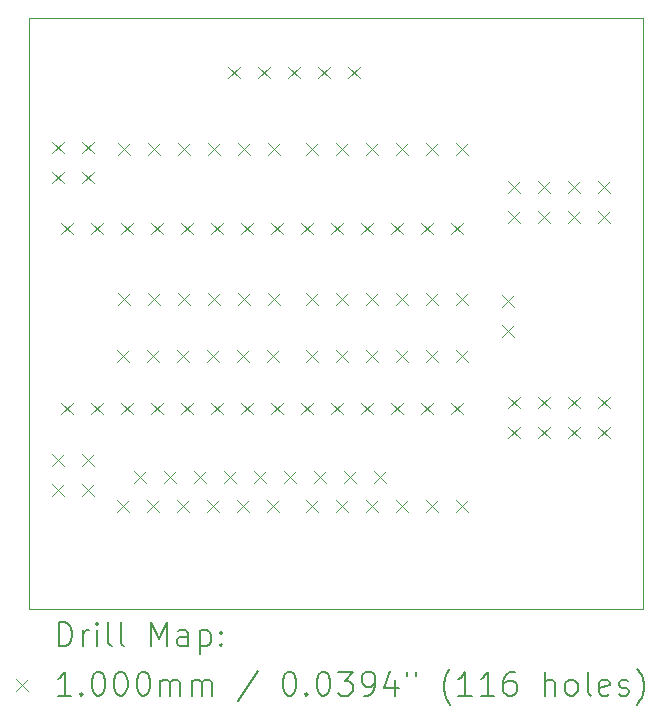
<source format=gbr>
%TF.GenerationSoftware,KiCad,Pcbnew,7.0.5*%
%TF.CreationDate,2023-07-17T11:59:49-04:00*%
%TF.ProjectId,Tadpole,54616470-6f6c-4652-9e6b-696361645f70,rev?*%
%TF.SameCoordinates,Original*%
%TF.FileFunction,Drillmap*%
%TF.FilePolarity,Positive*%
%FSLAX45Y45*%
G04 Gerber Fmt 4.5, Leading zero omitted, Abs format (unit mm)*
G04 Created by KiCad (PCBNEW 7.0.5) date 2023-07-17 11:59:49*
%MOMM*%
%LPD*%
G01*
G04 APERTURE LIST*
%ADD10C,0.100000*%
%ADD11C,0.200000*%
G04 APERTURE END LIST*
D10*
X11201400Y-7146280D02*
X16401400Y-7146280D01*
X16401400Y-12146280D01*
X11201400Y-12146280D01*
X11201400Y-7146280D01*
D11*
D10*
X11400320Y-8192300D02*
X11500320Y-8292300D01*
X11500320Y-8192300D02*
X11400320Y-8292300D01*
X11400320Y-8446300D02*
X11500320Y-8546300D01*
X11500320Y-8446300D02*
X11400320Y-8546300D01*
X11400320Y-10836440D02*
X11500320Y-10936440D01*
X11500320Y-10836440D02*
X11400320Y-10936440D01*
X11400320Y-11090440D02*
X11500320Y-11190440D01*
X11500320Y-11090440D02*
X11400320Y-11190440D01*
X11477520Y-8878100D02*
X11577520Y-8978100D01*
X11577520Y-8878100D02*
X11477520Y-8978100D01*
X11477520Y-10402100D02*
X11577520Y-10502100D01*
X11577520Y-10402100D02*
X11477520Y-10502100D01*
X11654320Y-8192300D02*
X11754320Y-8292300D01*
X11754320Y-8192300D02*
X11654320Y-8292300D01*
X11654320Y-8446300D02*
X11754320Y-8546300D01*
X11754320Y-8446300D02*
X11654320Y-8546300D01*
X11654320Y-10836440D02*
X11754320Y-10936440D01*
X11754320Y-10836440D02*
X11654320Y-10936440D01*
X11654320Y-11090440D02*
X11754320Y-11190440D01*
X11754320Y-11090440D02*
X11654320Y-11190440D01*
X11731520Y-8878100D02*
X11831520Y-8978100D01*
X11831520Y-8878100D02*
X11731520Y-8978100D01*
X11731520Y-10402100D02*
X11831520Y-10502100D01*
X11831520Y-10402100D02*
X11731520Y-10502100D01*
X11949960Y-9957600D02*
X12049960Y-10057600D01*
X12049960Y-9957600D02*
X11949960Y-10057600D01*
X11949960Y-11227600D02*
X12049960Y-11327600D01*
X12049960Y-11227600D02*
X11949960Y-11327600D01*
X11960120Y-8202460D02*
X12060120Y-8302460D01*
X12060120Y-8202460D02*
X11960120Y-8302460D01*
X11960120Y-9472460D02*
X12060120Y-9572460D01*
X12060120Y-9472460D02*
X11960120Y-9572460D01*
X11985520Y-8878100D02*
X12085520Y-8978100D01*
X12085520Y-8878100D02*
X11985520Y-8978100D01*
X11985520Y-10402100D02*
X12085520Y-10502100D01*
X12085520Y-10402100D02*
X11985520Y-10502100D01*
X12092360Y-10983760D02*
X12192360Y-11083760D01*
X12192360Y-10983760D02*
X12092360Y-11083760D01*
X12203960Y-9957600D02*
X12303960Y-10057600D01*
X12303960Y-9957600D02*
X12203960Y-10057600D01*
X12203960Y-11227600D02*
X12303960Y-11327600D01*
X12303960Y-11227600D02*
X12203960Y-11327600D01*
X12214120Y-8202460D02*
X12314120Y-8302460D01*
X12314120Y-8202460D02*
X12214120Y-8302460D01*
X12214120Y-9472460D02*
X12314120Y-9572460D01*
X12314120Y-9472460D02*
X12214120Y-9572460D01*
X12239520Y-8878100D02*
X12339520Y-8978100D01*
X12339520Y-8878100D02*
X12239520Y-8978100D01*
X12239520Y-10402100D02*
X12339520Y-10502100D01*
X12339520Y-10402100D02*
X12239520Y-10502100D01*
X12346360Y-10983760D02*
X12446360Y-11083760D01*
X12446360Y-10983760D02*
X12346360Y-11083760D01*
X12457960Y-9957600D02*
X12557960Y-10057600D01*
X12557960Y-9957600D02*
X12457960Y-10057600D01*
X12457960Y-11227600D02*
X12557960Y-11327600D01*
X12557960Y-11227600D02*
X12457960Y-11327600D01*
X12468120Y-8202460D02*
X12568120Y-8302460D01*
X12568120Y-8202460D02*
X12468120Y-8302460D01*
X12468120Y-9472460D02*
X12568120Y-9572460D01*
X12568120Y-9472460D02*
X12468120Y-9572460D01*
X12493520Y-8878100D02*
X12593520Y-8978100D01*
X12593520Y-8878100D02*
X12493520Y-8978100D01*
X12493520Y-10402100D02*
X12593520Y-10502100D01*
X12593520Y-10402100D02*
X12493520Y-10502100D01*
X12600360Y-10983760D02*
X12700360Y-11083760D01*
X12700360Y-10983760D02*
X12600360Y-11083760D01*
X12711960Y-9957600D02*
X12811960Y-10057600D01*
X12811960Y-9957600D02*
X12711960Y-10057600D01*
X12711960Y-11227600D02*
X12811960Y-11327600D01*
X12811960Y-11227600D02*
X12711960Y-11327600D01*
X12722120Y-8202460D02*
X12822120Y-8302460D01*
X12822120Y-8202460D02*
X12722120Y-8302460D01*
X12722120Y-9472460D02*
X12822120Y-9572460D01*
X12822120Y-9472460D02*
X12722120Y-9572460D01*
X12747520Y-8878100D02*
X12847520Y-8978100D01*
X12847520Y-8878100D02*
X12747520Y-8978100D01*
X12747520Y-10402100D02*
X12847520Y-10502100D01*
X12847520Y-10402100D02*
X12747520Y-10502100D01*
X12854360Y-10983760D02*
X12954360Y-11083760D01*
X12954360Y-10983760D02*
X12854360Y-11083760D01*
X12891300Y-7557300D02*
X12991300Y-7657300D01*
X12991300Y-7557300D02*
X12891300Y-7657300D01*
X12965960Y-9957600D02*
X13065960Y-10057600D01*
X13065960Y-9957600D02*
X12965960Y-10057600D01*
X12965960Y-11227600D02*
X13065960Y-11327600D01*
X13065960Y-11227600D02*
X12965960Y-11327600D01*
X12976120Y-8202460D02*
X13076120Y-8302460D01*
X13076120Y-8202460D02*
X12976120Y-8302460D01*
X12976120Y-9472460D02*
X13076120Y-9572460D01*
X13076120Y-9472460D02*
X12976120Y-9572460D01*
X13001520Y-8878100D02*
X13101520Y-8978100D01*
X13101520Y-8878100D02*
X13001520Y-8978100D01*
X13001520Y-10402100D02*
X13101520Y-10502100D01*
X13101520Y-10402100D02*
X13001520Y-10502100D01*
X13108360Y-10983760D02*
X13208360Y-11083760D01*
X13208360Y-10983760D02*
X13108360Y-11083760D01*
X13145300Y-7557300D02*
X13245300Y-7657300D01*
X13245300Y-7557300D02*
X13145300Y-7657300D01*
X13219960Y-9957600D02*
X13319960Y-10057600D01*
X13319960Y-9957600D02*
X13219960Y-10057600D01*
X13219960Y-11227600D02*
X13319960Y-11327600D01*
X13319960Y-11227600D02*
X13219960Y-11327600D01*
X13230120Y-8202460D02*
X13330120Y-8302460D01*
X13330120Y-8202460D02*
X13230120Y-8302460D01*
X13230120Y-9472460D02*
X13330120Y-9572460D01*
X13330120Y-9472460D02*
X13230120Y-9572460D01*
X13255520Y-8878100D02*
X13355520Y-8978100D01*
X13355520Y-8878100D02*
X13255520Y-8978100D01*
X13255520Y-10402100D02*
X13355520Y-10502100D01*
X13355520Y-10402100D02*
X13255520Y-10502100D01*
X13362360Y-10983760D02*
X13462360Y-11083760D01*
X13462360Y-10983760D02*
X13362360Y-11083760D01*
X13399300Y-7557300D02*
X13499300Y-7657300D01*
X13499300Y-7557300D02*
X13399300Y-7657300D01*
X13509520Y-8878100D02*
X13609520Y-8978100D01*
X13609520Y-8878100D02*
X13509520Y-8978100D01*
X13509520Y-10402100D02*
X13609520Y-10502100D01*
X13609520Y-10402100D02*
X13509520Y-10502100D01*
X13547620Y-8202460D02*
X13647620Y-8302460D01*
X13647620Y-8202460D02*
X13547620Y-8302460D01*
X13547620Y-9472460D02*
X13647620Y-9572460D01*
X13647620Y-9472460D02*
X13547620Y-9572460D01*
X13547620Y-9957600D02*
X13647620Y-10057600D01*
X13647620Y-9957600D02*
X13547620Y-10057600D01*
X13547620Y-11227600D02*
X13647620Y-11327600D01*
X13647620Y-11227600D02*
X13547620Y-11327600D01*
X13616360Y-10983760D02*
X13716360Y-11083760D01*
X13716360Y-10983760D02*
X13616360Y-11083760D01*
X13653300Y-7557300D02*
X13753300Y-7657300D01*
X13753300Y-7557300D02*
X13653300Y-7657300D01*
X13763520Y-8878100D02*
X13863520Y-8978100D01*
X13863520Y-8878100D02*
X13763520Y-8978100D01*
X13763520Y-10402100D02*
X13863520Y-10502100D01*
X13863520Y-10402100D02*
X13763520Y-10502100D01*
X13801620Y-8202460D02*
X13901620Y-8302460D01*
X13901620Y-8202460D02*
X13801620Y-8302460D01*
X13801620Y-9472460D02*
X13901620Y-9572460D01*
X13901620Y-9472460D02*
X13801620Y-9572460D01*
X13801620Y-9957600D02*
X13901620Y-10057600D01*
X13901620Y-9957600D02*
X13801620Y-10057600D01*
X13801620Y-11227600D02*
X13901620Y-11327600D01*
X13901620Y-11227600D02*
X13801620Y-11327600D01*
X13870360Y-10983760D02*
X13970360Y-11083760D01*
X13970360Y-10983760D02*
X13870360Y-11083760D01*
X13907300Y-7557300D02*
X14007300Y-7657300D01*
X14007300Y-7557300D02*
X13907300Y-7657300D01*
X14017520Y-8878100D02*
X14117520Y-8978100D01*
X14117520Y-8878100D02*
X14017520Y-8978100D01*
X14017520Y-10402100D02*
X14117520Y-10502100D01*
X14117520Y-10402100D02*
X14017520Y-10502100D01*
X14055620Y-8202460D02*
X14155620Y-8302460D01*
X14155620Y-8202460D02*
X14055620Y-8302460D01*
X14055620Y-9472460D02*
X14155620Y-9572460D01*
X14155620Y-9472460D02*
X14055620Y-9572460D01*
X14055620Y-9957600D02*
X14155620Y-10057600D01*
X14155620Y-9957600D02*
X14055620Y-10057600D01*
X14055620Y-11227600D02*
X14155620Y-11327600D01*
X14155620Y-11227600D02*
X14055620Y-11327600D01*
X14124360Y-10983760D02*
X14224360Y-11083760D01*
X14224360Y-10983760D02*
X14124360Y-11083760D01*
X14271520Y-8878100D02*
X14371520Y-8978100D01*
X14371520Y-8878100D02*
X14271520Y-8978100D01*
X14271520Y-10402100D02*
X14371520Y-10502100D01*
X14371520Y-10402100D02*
X14271520Y-10502100D01*
X14309620Y-8202460D02*
X14409620Y-8302460D01*
X14409620Y-8202460D02*
X14309620Y-8302460D01*
X14309620Y-9472460D02*
X14409620Y-9572460D01*
X14409620Y-9472460D02*
X14309620Y-9572460D01*
X14309620Y-9957600D02*
X14409620Y-10057600D01*
X14409620Y-9957600D02*
X14309620Y-10057600D01*
X14309620Y-11227600D02*
X14409620Y-11327600D01*
X14409620Y-11227600D02*
X14309620Y-11327600D01*
X14525520Y-8878100D02*
X14625520Y-8978100D01*
X14625520Y-8878100D02*
X14525520Y-8978100D01*
X14525520Y-10402100D02*
X14625520Y-10502100D01*
X14625520Y-10402100D02*
X14525520Y-10502100D01*
X14563620Y-8202460D02*
X14663620Y-8302460D01*
X14663620Y-8202460D02*
X14563620Y-8302460D01*
X14563620Y-9472460D02*
X14663620Y-9572460D01*
X14663620Y-9472460D02*
X14563620Y-9572460D01*
X14563620Y-9957600D02*
X14663620Y-10057600D01*
X14663620Y-9957600D02*
X14563620Y-10057600D01*
X14563620Y-11227600D02*
X14663620Y-11327600D01*
X14663620Y-11227600D02*
X14563620Y-11327600D01*
X14779520Y-8878100D02*
X14879520Y-8978100D01*
X14879520Y-8878100D02*
X14779520Y-8978100D01*
X14779520Y-10402100D02*
X14879520Y-10502100D01*
X14879520Y-10402100D02*
X14779520Y-10502100D01*
X14817620Y-8202460D02*
X14917620Y-8302460D01*
X14917620Y-8202460D02*
X14817620Y-8302460D01*
X14817620Y-9472460D02*
X14917620Y-9572460D01*
X14917620Y-9472460D02*
X14817620Y-9572460D01*
X14817620Y-9957600D02*
X14917620Y-10057600D01*
X14917620Y-9957600D02*
X14817620Y-10057600D01*
X14817620Y-11227600D02*
X14917620Y-11327600D01*
X14917620Y-11227600D02*
X14817620Y-11327600D01*
X15209700Y-9489740D02*
X15309700Y-9589740D01*
X15309700Y-9489740D02*
X15209700Y-9589740D01*
X15209700Y-9743740D02*
X15309700Y-9843740D01*
X15309700Y-9743740D02*
X15209700Y-9843740D01*
X15261120Y-10351300D02*
X15361120Y-10451300D01*
X15361120Y-10351300D02*
X15261120Y-10451300D01*
X15261120Y-10605300D02*
X15361120Y-10705300D01*
X15361120Y-10605300D02*
X15261120Y-10705300D01*
X15263120Y-8528700D02*
X15363120Y-8628700D01*
X15363120Y-8528700D02*
X15263120Y-8628700D01*
X15263120Y-8782700D02*
X15363120Y-8882700D01*
X15363120Y-8782700D02*
X15263120Y-8882700D01*
X15515120Y-10351300D02*
X15615120Y-10451300D01*
X15615120Y-10351300D02*
X15515120Y-10451300D01*
X15515120Y-10605300D02*
X15615120Y-10705300D01*
X15615120Y-10605300D02*
X15515120Y-10705300D01*
X15517120Y-8528700D02*
X15617120Y-8628700D01*
X15617120Y-8528700D02*
X15517120Y-8628700D01*
X15517120Y-8782700D02*
X15617120Y-8882700D01*
X15617120Y-8782700D02*
X15517120Y-8882700D01*
X15769120Y-10351300D02*
X15869120Y-10451300D01*
X15869120Y-10351300D02*
X15769120Y-10451300D01*
X15769120Y-10605300D02*
X15869120Y-10705300D01*
X15869120Y-10605300D02*
X15769120Y-10705300D01*
X15771120Y-8528700D02*
X15871120Y-8628700D01*
X15871120Y-8528700D02*
X15771120Y-8628700D01*
X15771120Y-8782700D02*
X15871120Y-8882700D01*
X15871120Y-8782700D02*
X15771120Y-8882700D01*
X16023120Y-10351300D02*
X16123120Y-10451300D01*
X16123120Y-10351300D02*
X16023120Y-10451300D01*
X16023120Y-10605300D02*
X16123120Y-10705300D01*
X16123120Y-10605300D02*
X16023120Y-10705300D01*
X16025120Y-8528700D02*
X16125120Y-8628700D01*
X16125120Y-8528700D02*
X16025120Y-8628700D01*
X16025120Y-8782700D02*
X16125120Y-8882700D01*
X16125120Y-8782700D02*
X16025120Y-8882700D01*
D11*
X11457177Y-12462764D02*
X11457177Y-12262764D01*
X11457177Y-12262764D02*
X11504796Y-12262764D01*
X11504796Y-12262764D02*
X11533367Y-12272288D01*
X11533367Y-12272288D02*
X11552415Y-12291335D01*
X11552415Y-12291335D02*
X11561939Y-12310383D01*
X11561939Y-12310383D02*
X11571462Y-12348478D01*
X11571462Y-12348478D02*
X11571462Y-12377049D01*
X11571462Y-12377049D02*
X11561939Y-12415145D01*
X11561939Y-12415145D02*
X11552415Y-12434192D01*
X11552415Y-12434192D02*
X11533367Y-12453240D01*
X11533367Y-12453240D02*
X11504796Y-12462764D01*
X11504796Y-12462764D02*
X11457177Y-12462764D01*
X11657177Y-12462764D02*
X11657177Y-12329430D01*
X11657177Y-12367526D02*
X11666701Y-12348478D01*
X11666701Y-12348478D02*
X11676224Y-12338954D01*
X11676224Y-12338954D02*
X11695272Y-12329430D01*
X11695272Y-12329430D02*
X11714320Y-12329430D01*
X11780986Y-12462764D02*
X11780986Y-12329430D01*
X11780986Y-12262764D02*
X11771462Y-12272288D01*
X11771462Y-12272288D02*
X11780986Y-12281811D01*
X11780986Y-12281811D02*
X11790510Y-12272288D01*
X11790510Y-12272288D02*
X11780986Y-12262764D01*
X11780986Y-12262764D02*
X11780986Y-12281811D01*
X11904796Y-12462764D02*
X11885748Y-12453240D01*
X11885748Y-12453240D02*
X11876224Y-12434192D01*
X11876224Y-12434192D02*
X11876224Y-12262764D01*
X12009558Y-12462764D02*
X11990510Y-12453240D01*
X11990510Y-12453240D02*
X11980986Y-12434192D01*
X11980986Y-12434192D02*
X11980986Y-12262764D01*
X12238129Y-12462764D02*
X12238129Y-12262764D01*
X12238129Y-12262764D02*
X12304796Y-12405621D01*
X12304796Y-12405621D02*
X12371462Y-12262764D01*
X12371462Y-12262764D02*
X12371462Y-12462764D01*
X12552415Y-12462764D02*
X12552415Y-12358002D01*
X12552415Y-12358002D02*
X12542891Y-12338954D01*
X12542891Y-12338954D02*
X12523843Y-12329430D01*
X12523843Y-12329430D02*
X12485748Y-12329430D01*
X12485748Y-12329430D02*
X12466701Y-12338954D01*
X12552415Y-12453240D02*
X12533367Y-12462764D01*
X12533367Y-12462764D02*
X12485748Y-12462764D01*
X12485748Y-12462764D02*
X12466701Y-12453240D01*
X12466701Y-12453240D02*
X12457177Y-12434192D01*
X12457177Y-12434192D02*
X12457177Y-12415145D01*
X12457177Y-12415145D02*
X12466701Y-12396097D01*
X12466701Y-12396097D02*
X12485748Y-12386573D01*
X12485748Y-12386573D02*
X12533367Y-12386573D01*
X12533367Y-12386573D02*
X12552415Y-12377049D01*
X12647653Y-12329430D02*
X12647653Y-12529430D01*
X12647653Y-12338954D02*
X12666701Y-12329430D01*
X12666701Y-12329430D02*
X12704796Y-12329430D01*
X12704796Y-12329430D02*
X12723843Y-12338954D01*
X12723843Y-12338954D02*
X12733367Y-12348478D01*
X12733367Y-12348478D02*
X12742891Y-12367526D01*
X12742891Y-12367526D02*
X12742891Y-12424668D01*
X12742891Y-12424668D02*
X12733367Y-12443716D01*
X12733367Y-12443716D02*
X12723843Y-12453240D01*
X12723843Y-12453240D02*
X12704796Y-12462764D01*
X12704796Y-12462764D02*
X12666701Y-12462764D01*
X12666701Y-12462764D02*
X12647653Y-12453240D01*
X12828605Y-12443716D02*
X12838129Y-12453240D01*
X12838129Y-12453240D02*
X12828605Y-12462764D01*
X12828605Y-12462764D02*
X12819082Y-12453240D01*
X12819082Y-12453240D02*
X12828605Y-12443716D01*
X12828605Y-12443716D02*
X12828605Y-12462764D01*
X12828605Y-12338954D02*
X12838129Y-12348478D01*
X12838129Y-12348478D02*
X12828605Y-12358002D01*
X12828605Y-12358002D02*
X12819082Y-12348478D01*
X12819082Y-12348478D02*
X12828605Y-12338954D01*
X12828605Y-12338954D02*
X12828605Y-12358002D01*
D10*
X11096400Y-12741280D02*
X11196400Y-12841280D01*
X11196400Y-12741280D02*
X11096400Y-12841280D01*
D11*
X11561939Y-12882764D02*
X11447653Y-12882764D01*
X11504796Y-12882764D02*
X11504796Y-12682764D01*
X11504796Y-12682764D02*
X11485748Y-12711335D01*
X11485748Y-12711335D02*
X11466701Y-12730383D01*
X11466701Y-12730383D02*
X11447653Y-12739907D01*
X11647653Y-12863716D02*
X11657177Y-12873240D01*
X11657177Y-12873240D02*
X11647653Y-12882764D01*
X11647653Y-12882764D02*
X11638129Y-12873240D01*
X11638129Y-12873240D02*
X11647653Y-12863716D01*
X11647653Y-12863716D02*
X11647653Y-12882764D01*
X11780986Y-12682764D02*
X11800034Y-12682764D01*
X11800034Y-12682764D02*
X11819082Y-12692288D01*
X11819082Y-12692288D02*
X11828605Y-12701811D01*
X11828605Y-12701811D02*
X11838129Y-12720859D01*
X11838129Y-12720859D02*
X11847653Y-12758954D01*
X11847653Y-12758954D02*
X11847653Y-12806573D01*
X11847653Y-12806573D02*
X11838129Y-12844668D01*
X11838129Y-12844668D02*
X11828605Y-12863716D01*
X11828605Y-12863716D02*
X11819082Y-12873240D01*
X11819082Y-12873240D02*
X11800034Y-12882764D01*
X11800034Y-12882764D02*
X11780986Y-12882764D01*
X11780986Y-12882764D02*
X11761939Y-12873240D01*
X11761939Y-12873240D02*
X11752415Y-12863716D01*
X11752415Y-12863716D02*
X11742891Y-12844668D01*
X11742891Y-12844668D02*
X11733367Y-12806573D01*
X11733367Y-12806573D02*
X11733367Y-12758954D01*
X11733367Y-12758954D02*
X11742891Y-12720859D01*
X11742891Y-12720859D02*
X11752415Y-12701811D01*
X11752415Y-12701811D02*
X11761939Y-12692288D01*
X11761939Y-12692288D02*
X11780986Y-12682764D01*
X11971462Y-12682764D02*
X11990510Y-12682764D01*
X11990510Y-12682764D02*
X12009558Y-12692288D01*
X12009558Y-12692288D02*
X12019082Y-12701811D01*
X12019082Y-12701811D02*
X12028605Y-12720859D01*
X12028605Y-12720859D02*
X12038129Y-12758954D01*
X12038129Y-12758954D02*
X12038129Y-12806573D01*
X12038129Y-12806573D02*
X12028605Y-12844668D01*
X12028605Y-12844668D02*
X12019082Y-12863716D01*
X12019082Y-12863716D02*
X12009558Y-12873240D01*
X12009558Y-12873240D02*
X11990510Y-12882764D01*
X11990510Y-12882764D02*
X11971462Y-12882764D01*
X11971462Y-12882764D02*
X11952415Y-12873240D01*
X11952415Y-12873240D02*
X11942891Y-12863716D01*
X11942891Y-12863716D02*
X11933367Y-12844668D01*
X11933367Y-12844668D02*
X11923843Y-12806573D01*
X11923843Y-12806573D02*
X11923843Y-12758954D01*
X11923843Y-12758954D02*
X11933367Y-12720859D01*
X11933367Y-12720859D02*
X11942891Y-12701811D01*
X11942891Y-12701811D02*
X11952415Y-12692288D01*
X11952415Y-12692288D02*
X11971462Y-12682764D01*
X12161939Y-12682764D02*
X12180986Y-12682764D01*
X12180986Y-12682764D02*
X12200034Y-12692288D01*
X12200034Y-12692288D02*
X12209558Y-12701811D01*
X12209558Y-12701811D02*
X12219082Y-12720859D01*
X12219082Y-12720859D02*
X12228605Y-12758954D01*
X12228605Y-12758954D02*
X12228605Y-12806573D01*
X12228605Y-12806573D02*
X12219082Y-12844668D01*
X12219082Y-12844668D02*
X12209558Y-12863716D01*
X12209558Y-12863716D02*
X12200034Y-12873240D01*
X12200034Y-12873240D02*
X12180986Y-12882764D01*
X12180986Y-12882764D02*
X12161939Y-12882764D01*
X12161939Y-12882764D02*
X12142891Y-12873240D01*
X12142891Y-12873240D02*
X12133367Y-12863716D01*
X12133367Y-12863716D02*
X12123843Y-12844668D01*
X12123843Y-12844668D02*
X12114320Y-12806573D01*
X12114320Y-12806573D02*
X12114320Y-12758954D01*
X12114320Y-12758954D02*
X12123843Y-12720859D01*
X12123843Y-12720859D02*
X12133367Y-12701811D01*
X12133367Y-12701811D02*
X12142891Y-12692288D01*
X12142891Y-12692288D02*
X12161939Y-12682764D01*
X12314320Y-12882764D02*
X12314320Y-12749430D01*
X12314320Y-12768478D02*
X12323843Y-12758954D01*
X12323843Y-12758954D02*
X12342891Y-12749430D01*
X12342891Y-12749430D02*
X12371463Y-12749430D01*
X12371463Y-12749430D02*
X12390510Y-12758954D01*
X12390510Y-12758954D02*
X12400034Y-12778002D01*
X12400034Y-12778002D02*
X12400034Y-12882764D01*
X12400034Y-12778002D02*
X12409558Y-12758954D01*
X12409558Y-12758954D02*
X12428605Y-12749430D01*
X12428605Y-12749430D02*
X12457177Y-12749430D01*
X12457177Y-12749430D02*
X12476224Y-12758954D01*
X12476224Y-12758954D02*
X12485748Y-12778002D01*
X12485748Y-12778002D02*
X12485748Y-12882764D01*
X12580986Y-12882764D02*
X12580986Y-12749430D01*
X12580986Y-12768478D02*
X12590510Y-12758954D01*
X12590510Y-12758954D02*
X12609558Y-12749430D01*
X12609558Y-12749430D02*
X12638129Y-12749430D01*
X12638129Y-12749430D02*
X12657177Y-12758954D01*
X12657177Y-12758954D02*
X12666701Y-12778002D01*
X12666701Y-12778002D02*
X12666701Y-12882764D01*
X12666701Y-12778002D02*
X12676224Y-12758954D01*
X12676224Y-12758954D02*
X12695272Y-12749430D01*
X12695272Y-12749430D02*
X12723843Y-12749430D01*
X12723843Y-12749430D02*
X12742891Y-12758954D01*
X12742891Y-12758954D02*
X12752415Y-12778002D01*
X12752415Y-12778002D02*
X12752415Y-12882764D01*
X13142891Y-12673240D02*
X12971463Y-12930383D01*
X13400034Y-12682764D02*
X13419082Y-12682764D01*
X13419082Y-12682764D02*
X13438129Y-12692288D01*
X13438129Y-12692288D02*
X13447653Y-12701811D01*
X13447653Y-12701811D02*
X13457177Y-12720859D01*
X13457177Y-12720859D02*
X13466701Y-12758954D01*
X13466701Y-12758954D02*
X13466701Y-12806573D01*
X13466701Y-12806573D02*
X13457177Y-12844668D01*
X13457177Y-12844668D02*
X13447653Y-12863716D01*
X13447653Y-12863716D02*
X13438129Y-12873240D01*
X13438129Y-12873240D02*
X13419082Y-12882764D01*
X13419082Y-12882764D02*
X13400034Y-12882764D01*
X13400034Y-12882764D02*
X13380986Y-12873240D01*
X13380986Y-12873240D02*
X13371463Y-12863716D01*
X13371463Y-12863716D02*
X13361939Y-12844668D01*
X13361939Y-12844668D02*
X13352415Y-12806573D01*
X13352415Y-12806573D02*
X13352415Y-12758954D01*
X13352415Y-12758954D02*
X13361939Y-12720859D01*
X13361939Y-12720859D02*
X13371463Y-12701811D01*
X13371463Y-12701811D02*
X13380986Y-12692288D01*
X13380986Y-12692288D02*
X13400034Y-12682764D01*
X13552415Y-12863716D02*
X13561939Y-12873240D01*
X13561939Y-12873240D02*
X13552415Y-12882764D01*
X13552415Y-12882764D02*
X13542891Y-12873240D01*
X13542891Y-12873240D02*
X13552415Y-12863716D01*
X13552415Y-12863716D02*
X13552415Y-12882764D01*
X13685748Y-12682764D02*
X13704796Y-12682764D01*
X13704796Y-12682764D02*
X13723844Y-12692288D01*
X13723844Y-12692288D02*
X13733367Y-12701811D01*
X13733367Y-12701811D02*
X13742891Y-12720859D01*
X13742891Y-12720859D02*
X13752415Y-12758954D01*
X13752415Y-12758954D02*
X13752415Y-12806573D01*
X13752415Y-12806573D02*
X13742891Y-12844668D01*
X13742891Y-12844668D02*
X13733367Y-12863716D01*
X13733367Y-12863716D02*
X13723844Y-12873240D01*
X13723844Y-12873240D02*
X13704796Y-12882764D01*
X13704796Y-12882764D02*
X13685748Y-12882764D01*
X13685748Y-12882764D02*
X13666701Y-12873240D01*
X13666701Y-12873240D02*
X13657177Y-12863716D01*
X13657177Y-12863716D02*
X13647653Y-12844668D01*
X13647653Y-12844668D02*
X13638129Y-12806573D01*
X13638129Y-12806573D02*
X13638129Y-12758954D01*
X13638129Y-12758954D02*
X13647653Y-12720859D01*
X13647653Y-12720859D02*
X13657177Y-12701811D01*
X13657177Y-12701811D02*
X13666701Y-12692288D01*
X13666701Y-12692288D02*
X13685748Y-12682764D01*
X13819082Y-12682764D02*
X13942891Y-12682764D01*
X13942891Y-12682764D02*
X13876225Y-12758954D01*
X13876225Y-12758954D02*
X13904796Y-12758954D01*
X13904796Y-12758954D02*
X13923844Y-12768478D01*
X13923844Y-12768478D02*
X13933367Y-12778002D01*
X13933367Y-12778002D02*
X13942891Y-12797049D01*
X13942891Y-12797049D02*
X13942891Y-12844668D01*
X13942891Y-12844668D02*
X13933367Y-12863716D01*
X13933367Y-12863716D02*
X13923844Y-12873240D01*
X13923844Y-12873240D02*
X13904796Y-12882764D01*
X13904796Y-12882764D02*
X13847653Y-12882764D01*
X13847653Y-12882764D02*
X13828606Y-12873240D01*
X13828606Y-12873240D02*
X13819082Y-12863716D01*
X14038129Y-12882764D02*
X14076225Y-12882764D01*
X14076225Y-12882764D02*
X14095272Y-12873240D01*
X14095272Y-12873240D02*
X14104796Y-12863716D01*
X14104796Y-12863716D02*
X14123844Y-12835145D01*
X14123844Y-12835145D02*
X14133367Y-12797049D01*
X14133367Y-12797049D02*
X14133367Y-12720859D01*
X14133367Y-12720859D02*
X14123844Y-12701811D01*
X14123844Y-12701811D02*
X14114320Y-12692288D01*
X14114320Y-12692288D02*
X14095272Y-12682764D01*
X14095272Y-12682764D02*
X14057177Y-12682764D01*
X14057177Y-12682764D02*
X14038129Y-12692288D01*
X14038129Y-12692288D02*
X14028606Y-12701811D01*
X14028606Y-12701811D02*
X14019082Y-12720859D01*
X14019082Y-12720859D02*
X14019082Y-12768478D01*
X14019082Y-12768478D02*
X14028606Y-12787526D01*
X14028606Y-12787526D02*
X14038129Y-12797049D01*
X14038129Y-12797049D02*
X14057177Y-12806573D01*
X14057177Y-12806573D02*
X14095272Y-12806573D01*
X14095272Y-12806573D02*
X14114320Y-12797049D01*
X14114320Y-12797049D02*
X14123844Y-12787526D01*
X14123844Y-12787526D02*
X14133367Y-12768478D01*
X14304796Y-12749430D02*
X14304796Y-12882764D01*
X14257177Y-12673240D02*
X14209558Y-12816097D01*
X14209558Y-12816097D02*
X14333367Y-12816097D01*
X14400034Y-12682764D02*
X14400034Y-12720859D01*
X14476225Y-12682764D02*
X14476225Y-12720859D01*
X14771463Y-12958954D02*
X14761939Y-12949430D01*
X14761939Y-12949430D02*
X14742891Y-12920859D01*
X14742891Y-12920859D02*
X14733368Y-12901811D01*
X14733368Y-12901811D02*
X14723844Y-12873240D01*
X14723844Y-12873240D02*
X14714320Y-12825621D01*
X14714320Y-12825621D02*
X14714320Y-12787526D01*
X14714320Y-12787526D02*
X14723844Y-12739907D01*
X14723844Y-12739907D02*
X14733368Y-12711335D01*
X14733368Y-12711335D02*
X14742891Y-12692288D01*
X14742891Y-12692288D02*
X14761939Y-12663716D01*
X14761939Y-12663716D02*
X14771463Y-12654192D01*
X14952415Y-12882764D02*
X14838129Y-12882764D01*
X14895272Y-12882764D02*
X14895272Y-12682764D01*
X14895272Y-12682764D02*
X14876225Y-12711335D01*
X14876225Y-12711335D02*
X14857177Y-12730383D01*
X14857177Y-12730383D02*
X14838129Y-12739907D01*
X15142891Y-12882764D02*
X15028606Y-12882764D01*
X15085748Y-12882764D02*
X15085748Y-12682764D01*
X15085748Y-12682764D02*
X15066701Y-12711335D01*
X15066701Y-12711335D02*
X15047653Y-12730383D01*
X15047653Y-12730383D02*
X15028606Y-12739907D01*
X15314320Y-12682764D02*
X15276225Y-12682764D01*
X15276225Y-12682764D02*
X15257177Y-12692288D01*
X15257177Y-12692288D02*
X15247653Y-12701811D01*
X15247653Y-12701811D02*
X15228606Y-12730383D01*
X15228606Y-12730383D02*
X15219082Y-12768478D01*
X15219082Y-12768478D02*
X15219082Y-12844668D01*
X15219082Y-12844668D02*
X15228606Y-12863716D01*
X15228606Y-12863716D02*
X15238129Y-12873240D01*
X15238129Y-12873240D02*
X15257177Y-12882764D01*
X15257177Y-12882764D02*
X15295272Y-12882764D01*
X15295272Y-12882764D02*
X15314320Y-12873240D01*
X15314320Y-12873240D02*
X15323844Y-12863716D01*
X15323844Y-12863716D02*
X15333368Y-12844668D01*
X15333368Y-12844668D02*
X15333368Y-12797049D01*
X15333368Y-12797049D02*
X15323844Y-12778002D01*
X15323844Y-12778002D02*
X15314320Y-12768478D01*
X15314320Y-12768478D02*
X15295272Y-12758954D01*
X15295272Y-12758954D02*
X15257177Y-12758954D01*
X15257177Y-12758954D02*
X15238129Y-12768478D01*
X15238129Y-12768478D02*
X15228606Y-12778002D01*
X15228606Y-12778002D02*
X15219082Y-12797049D01*
X15571463Y-12882764D02*
X15571463Y-12682764D01*
X15657177Y-12882764D02*
X15657177Y-12778002D01*
X15657177Y-12778002D02*
X15647653Y-12758954D01*
X15647653Y-12758954D02*
X15628606Y-12749430D01*
X15628606Y-12749430D02*
X15600034Y-12749430D01*
X15600034Y-12749430D02*
X15580987Y-12758954D01*
X15580987Y-12758954D02*
X15571463Y-12768478D01*
X15780987Y-12882764D02*
X15761939Y-12873240D01*
X15761939Y-12873240D02*
X15752415Y-12863716D01*
X15752415Y-12863716D02*
X15742891Y-12844668D01*
X15742891Y-12844668D02*
X15742891Y-12787526D01*
X15742891Y-12787526D02*
X15752415Y-12768478D01*
X15752415Y-12768478D02*
X15761939Y-12758954D01*
X15761939Y-12758954D02*
X15780987Y-12749430D01*
X15780987Y-12749430D02*
X15809558Y-12749430D01*
X15809558Y-12749430D02*
X15828606Y-12758954D01*
X15828606Y-12758954D02*
X15838130Y-12768478D01*
X15838130Y-12768478D02*
X15847653Y-12787526D01*
X15847653Y-12787526D02*
X15847653Y-12844668D01*
X15847653Y-12844668D02*
X15838130Y-12863716D01*
X15838130Y-12863716D02*
X15828606Y-12873240D01*
X15828606Y-12873240D02*
X15809558Y-12882764D01*
X15809558Y-12882764D02*
X15780987Y-12882764D01*
X15961939Y-12882764D02*
X15942891Y-12873240D01*
X15942891Y-12873240D02*
X15933368Y-12854192D01*
X15933368Y-12854192D02*
X15933368Y-12682764D01*
X16114320Y-12873240D02*
X16095272Y-12882764D01*
X16095272Y-12882764D02*
X16057177Y-12882764D01*
X16057177Y-12882764D02*
X16038130Y-12873240D01*
X16038130Y-12873240D02*
X16028606Y-12854192D01*
X16028606Y-12854192D02*
X16028606Y-12778002D01*
X16028606Y-12778002D02*
X16038130Y-12758954D01*
X16038130Y-12758954D02*
X16057177Y-12749430D01*
X16057177Y-12749430D02*
X16095272Y-12749430D01*
X16095272Y-12749430D02*
X16114320Y-12758954D01*
X16114320Y-12758954D02*
X16123844Y-12778002D01*
X16123844Y-12778002D02*
X16123844Y-12797049D01*
X16123844Y-12797049D02*
X16028606Y-12816097D01*
X16200034Y-12873240D02*
X16219082Y-12882764D01*
X16219082Y-12882764D02*
X16257177Y-12882764D01*
X16257177Y-12882764D02*
X16276225Y-12873240D01*
X16276225Y-12873240D02*
X16285749Y-12854192D01*
X16285749Y-12854192D02*
X16285749Y-12844668D01*
X16285749Y-12844668D02*
X16276225Y-12825621D01*
X16276225Y-12825621D02*
X16257177Y-12816097D01*
X16257177Y-12816097D02*
X16228606Y-12816097D01*
X16228606Y-12816097D02*
X16209558Y-12806573D01*
X16209558Y-12806573D02*
X16200034Y-12787526D01*
X16200034Y-12787526D02*
X16200034Y-12778002D01*
X16200034Y-12778002D02*
X16209558Y-12758954D01*
X16209558Y-12758954D02*
X16228606Y-12749430D01*
X16228606Y-12749430D02*
X16257177Y-12749430D01*
X16257177Y-12749430D02*
X16276225Y-12758954D01*
X16352415Y-12958954D02*
X16361939Y-12949430D01*
X16361939Y-12949430D02*
X16380987Y-12920859D01*
X16380987Y-12920859D02*
X16390511Y-12901811D01*
X16390511Y-12901811D02*
X16400034Y-12873240D01*
X16400034Y-12873240D02*
X16409558Y-12825621D01*
X16409558Y-12825621D02*
X16409558Y-12787526D01*
X16409558Y-12787526D02*
X16400034Y-12739907D01*
X16400034Y-12739907D02*
X16390511Y-12711335D01*
X16390511Y-12711335D02*
X16380987Y-12692288D01*
X16380987Y-12692288D02*
X16361939Y-12663716D01*
X16361939Y-12663716D02*
X16352415Y-12654192D01*
M02*

</source>
